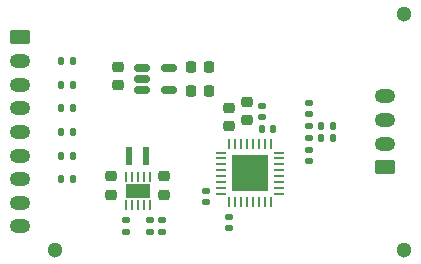
<source format=gbr>
%TF.GenerationSoftware,KiCad,Pcbnew,8.0.1*%
%TF.CreationDate,2024-04-25T00:01:52-04:00*%
%TF.ProjectId,ads1260_board,61647331-3236-4305-9f62-6f6172642e6b,rev?*%
%TF.SameCoordinates,Original*%
%TF.FileFunction,Soldermask,Top*%
%TF.FilePolarity,Negative*%
%FSLAX46Y46*%
G04 Gerber Fmt 4.6, Leading zero omitted, Abs format (unit mm)*
G04 Created by KiCad (PCBNEW 8.0.1) date 2024-04-25 00:01:52*
%MOMM*%
%LPD*%
G01*
G04 APERTURE LIST*
G04 Aperture macros list*
%AMRoundRect*
0 Rectangle with rounded corners*
0 $1 Rounding radius*
0 $2 $3 $4 $5 $6 $7 $8 $9 X,Y pos of 4 corners*
0 Add a 4 corners polygon primitive as box body*
4,1,4,$2,$3,$4,$5,$6,$7,$8,$9,$2,$3,0*
0 Add four circle primitives for the rounded corners*
1,1,$1+$1,$2,$3*
1,1,$1+$1,$4,$5*
1,1,$1+$1,$6,$7*
1,1,$1+$1,$8,$9*
0 Add four rect primitives between the rounded corners*
20,1,$1+$1,$2,$3,$4,$5,0*
20,1,$1+$1,$4,$5,$6,$7,0*
20,1,$1+$1,$6,$7,$8,$9,0*
20,1,$1+$1,$8,$9,$2,$3,0*%
G04 Aperture macros list end*
%ADD10C,1.300000*%
%ADD11O,1.750000X1.200000*%
%ADD12RoundRect,0.250000X-0.625000X0.350000X-0.625000X-0.350000X0.625000X-0.350000X0.625000X0.350000X0*%
%ADD13RoundRect,0.250000X0.625000X-0.350000X0.625000X0.350000X-0.625000X0.350000X-0.625000X-0.350000X0*%
%ADD14RoundRect,0.225000X0.225000X0.250000X-0.225000X0.250000X-0.225000X-0.250000X0.225000X-0.250000X0*%
%ADD15RoundRect,0.140000X-0.170000X0.140000X-0.170000X-0.140000X0.170000X-0.140000X0.170000X0.140000X0*%
%ADD16RoundRect,0.150000X-0.512500X-0.150000X0.512500X-0.150000X0.512500X0.150000X-0.512500X0.150000X0*%
%ADD17R,2.000000X1.200000*%
%ADD18RoundRect,0.062500X-0.062500X0.350000X-0.062500X-0.350000X0.062500X-0.350000X0.062500X0.350000X0*%
%ADD19R,3.150000X3.150000*%
%ADD20RoundRect,0.062500X-0.375000X0.062500X-0.375000X-0.062500X0.375000X-0.062500X0.375000X0.062500X0*%
%ADD21RoundRect,0.062500X-0.062500X0.375000X-0.062500X-0.375000X0.062500X-0.375000X0.062500X0.375000X0*%
%ADD22RoundRect,0.135000X0.135000X0.185000X-0.135000X0.185000X-0.135000X-0.185000X0.135000X-0.185000X0*%
%ADD23RoundRect,0.135000X-0.135000X-0.185000X0.135000X-0.185000X0.135000X0.185000X-0.135000X0.185000X0*%
%ADD24RoundRect,0.135000X0.185000X-0.135000X0.185000X0.135000X-0.185000X0.135000X-0.185000X-0.135000X0*%
%ADD25RoundRect,0.135000X-0.185000X0.135000X-0.185000X-0.135000X0.185000X-0.135000X0.185000X0.135000X0*%
%ADD26R,0.550000X1.600000*%
%ADD27RoundRect,0.140000X0.170000X-0.140000X0.170000X0.140000X-0.170000X0.140000X-0.170000X-0.140000X0*%
%ADD28RoundRect,0.225000X-0.250000X0.225000X-0.250000X-0.225000X0.250000X-0.225000X0.250000X0.225000X0*%
%ADD29RoundRect,0.225000X0.250000X-0.225000X0.250000X0.225000X-0.250000X0.225000X-0.250000X-0.225000X0*%
%ADD30RoundRect,0.140000X-0.140000X-0.170000X0.140000X-0.170000X0.140000X0.170000X-0.140000X0.170000X0*%
G04 APERTURE END LIST*
D10*
%TO.C,H3*%
X116500000Y-92000000D03*
%TD*%
%TO.C,H2*%
X146000000Y-92000000D03*
%TD*%
%TO.C,H1*%
X146000000Y-72000000D03*
%TD*%
D11*
%TO.C,J3*%
X113550000Y-90000000D03*
X113550000Y-88000000D03*
X113550000Y-86000000D03*
X113550000Y-84000000D03*
X113550000Y-82000000D03*
X113550000Y-80000000D03*
X113550000Y-78000000D03*
X113550000Y-76000000D03*
D12*
X113550000Y-74000000D03*
%TD*%
D13*
%TO.C,J1*%
X144450000Y-85000000D03*
D11*
X144450000Y-83000000D03*
X144450000Y-81000000D03*
X144450000Y-79000000D03*
%TD*%
D14*
%TO.C,C10*%
X129550000Y-78500000D03*
X128000000Y-78500000D03*
%TD*%
D15*
%TO.C,C4*%
X131250000Y-90160000D03*
X131250000Y-89200000D03*
%TD*%
D16*
%TO.C,U4*%
X123862500Y-76550000D03*
X123862500Y-77500000D03*
X123862500Y-78450000D03*
X126137500Y-78450000D03*
X126137500Y-76550000D03*
%TD*%
D17*
%TO.C,U2*%
X123500000Y-87000000D03*
D18*
X124500000Y-88212500D03*
X124000000Y-88212500D03*
X123500000Y-88212500D03*
X123000000Y-88212500D03*
X122500000Y-88212500D03*
X122500000Y-85787500D03*
X123000000Y-85787500D03*
X123500000Y-85787500D03*
X124000000Y-85787500D03*
X124500000Y-85787500D03*
%TD*%
D19*
%TO.C,U1*%
X133000000Y-85500000D03*
D20*
X135437500Y-83750000D03*
X135437500Y-84250000D03*
X135437500Y-84750000D03*
X135437500Y-85250000D03*
X135437500Y-85750000D03*
X135437500Y-86250000D03*
X135437500Y-86750000D03*
X135437500Y-87250000D03*
D21*
X134750000Y-87937500D03*
X134250000Y-87937500D03*
X133750000Y-87937500D03*
X133250000Y-87937500D03*
X132750000Y-87937500D03*
X132250000Y-87937500D03*
X131750000Y-87937500D03*
X131250000Y-87937500D03*
D20*
X130562500Y-87250000D03*
X130562500Y-86750000D03*
X130562500Y-86250000D03*
X130562500Y-85750000D03*
X130562500Y-85250000D03*
X130562500Y-84750000D03*
X130562500Y-84250000D03*
X130562500Y-83750000D03*
D21*
X131250000Y-83062500D03*
X131750000Y-83062500D03*
X132250000Y-83062500D03*
X132750000Y-83062500D03*
X133250000Y-83062500D03*
X133750000Y-83062500D03*
X134250000Y-83062500D03*
X134750000Y-83062500D03*
%TD*%
D22*
%TO.C,R10*%
X140010000Y-81500000D03*
X138990000Y-81500000D03*
%TD*%
D23*
%TO.C,R9*%
X138990000Y-82500000D03*
X140010000Y-82500000D03*
%TD*%
D24*
%TO.C,R8*%
X124500000Y-90510000D03*
X124500000Y-89490000D03*
%TD*%
D25*
%TO.C,R7*%
X125500000Y-90510000D03*
X125500000Y-89490000D03*
%TD*%
D23*
%TO.C,R6*%
X118010000Y-76000000D03*
X116990000Y-76000000D03*
%TD*%
%TO.C,R5*%
X116990000Y-78000000D03*
X118010000Y-78000000D03*
%TD*%
%TO.C,R4*%
X116990000Y-80000000D03*
X118010000Y-80000000D03*
%TD*%
%TO.C,R3*%
X116990000Y-82000000D03*
X118010000Y-82000000D03*
%TD*%
D22*
%TO.C,R2*%
X116990000Y-84000000D03*
X118010000Y-84000000D03*
%TD*%
D23*
%TO.C,R1*%
X116990000Y-86000000D03*
X118010000Y-86000000D03*
%TD*%
D26*
%TO.C,L1*%
X124225000Y-84000000D03*
X122775000Y-84000000D03*
%TD*%
D27*
%TO.C,C15*%
X138000000Y-80480000D03*
X138000000Y-79520000D03*
%TD*%
%TO.C,C14*%
X138000000Y-82480000D03*
X138000000Y-81520000D03*
%TD*%
%TO.C,C13*%
X138000000Y-83520000D03*
X138000000Y-84480000D03*
%TD*%
D28*
%TO.C,C12*%
X121800000Y-76500000D03*
X121800000Y-78050000D03*
%TD*%
%TO.C,C11*%
X125750000Y-87300000D03*
X125750000Y-85750000D03*
%TD*%
D14*
%TO.C,C9*%
X129550000Y-76500000D03*
X128000000Y-76500000D03*
%TD*%
D27*
%TO.C,C8*%
X122500000Y-89500000D03*
X122500000Y-90460000D03*
%TD*%
D28*
%TO.C,C7*%
X121250000Y-87300000D03*
X121250000Y-85750000D03*
%TD*%
D15*
%TO.C,C6*%
X134000000Y-80750000D03*
X134000000Y-79790000D03*
%TD*%
D29*
%TO.C,C5*%
X132750000Y-81000000D03*
X132750000Y-79450000D03*
%TD*%
D30*
%TO.C,C3*%
X134980000Y-81750000D03*
X134020000Y-81750000D03*
%TD*%
D15*
%TO.C,C2*%
X129250000Y-87000000D03*
X129250000Y-87960000D03*
%TD*%
D28*
%TO.C,C1*%
X131250000Y-79975000D03*
X131250000Y-81525000D03*
%TD*%
M02*

</source>
